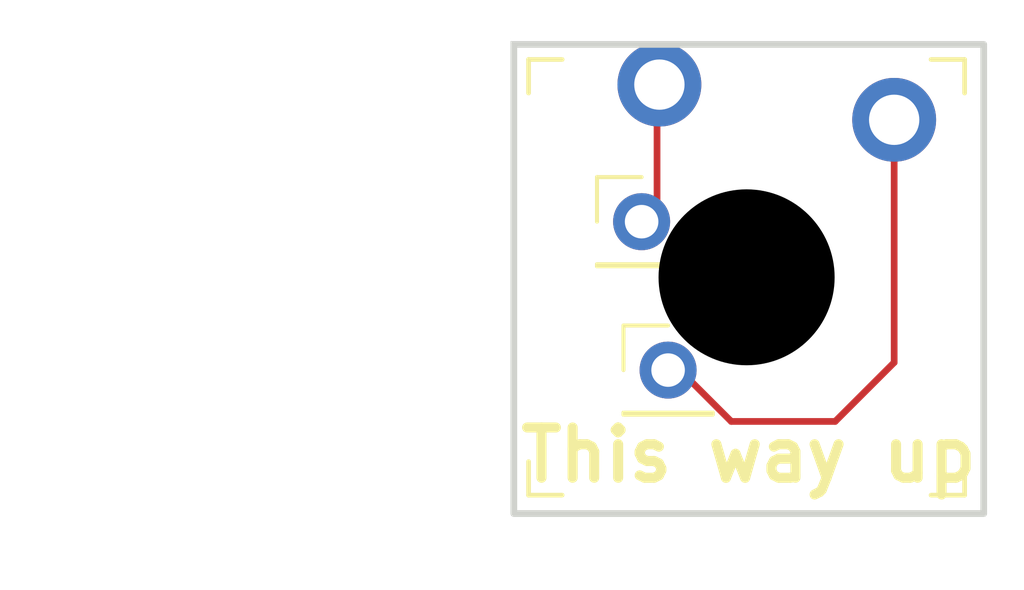
<source format=kicad_pcb>
(kicad_pcb (version 20240108) (generator "pcbnew") (generator_version "8.0")
  (layers (0 "F.Cu" signal) (31 "B.Cu" signal) (34 "B.Paste" user) (35 "F.Paste" user) (36 "B.SilkS" user "B.Silkscreen") (37 "F.SilkS" user "F.Silkscreen") (38 "B.Mask" user) (39 "F.Mask" user) (44 "Edge.Cuts" user))
  (net 0 "")
  (footprint "Connector_PinHeader_2.54mm:PinHeader_1x01_P2.54mm_Vertical" (layer "F.Cu") (at 118.2596 89.0186)
    (property "Reference" "REF**" (hide yes))
    (property "Value" "ALPS_pin2" (hide yes))
    (fp_line (start -1.33 -1.33) (end 0 -1.33) (stroke (width 0.12)) (layer "F.SilkS"))
    (fp_line (start -1.33 0) (end -1.33 -1.33) (stroke (width 0.12)) (layer "F.SilkS"))
    (fp_line (start -1.33 1.27) (end -1.33 1.33) (stroke (width 0.12)) (layer "F.SilkS"))
    (fp_line (start -1.33 1.27) (end 1.33 1.27) (stroke (width 0.12)) (layer "F.SilkS"))
    (fp_line (start -1.33 1.33) (end 1.33 1.33) (stroke (width 0.12)) (layer "F.SilkS"))
    (fp_line (start 1.33 1.27) (end 1.33 1.33) (stroke (width 0.12)) (layer "F.SilkS"))
    (pad "2" thru_hole circle (at 0 0) (size 1.7 1.7) (drill 1) (layers "*.Cu" "*.Mask"))
  )
  (footprint "key-switches.pretty-0.11.0:SW_Gateron_LowProfile_THT" (layer "F.Cu") (at 120.6 86.25 180)
    (property "Reference" "REF**" (hide yes))
    (property "Value" "SW_Gateron_LowProfile_THT" (hide yes))
    (fp_line (start 6.5 5.5) (end 6.5 6.5) (stroke (width 0.14)) (layer "F.SilkS"))
    (fp_line (start 6.5 -6.5) (end 6.5 -5.5) (stroke (width 0.14)) (layer "F.SilkS"))
    (fp_line (start 6.5 -6.5) (end 5.5 -6.5) (stroke (width 0.14)) (layer "F.SilkS"))
    (fp_line (start 5.5 6.5) (end 6.5 6.5) (stroke (width 0.14)) (layer "F.SilkS"))
    (fp_line (start -5.5 -6.5) (end -6.5 -6.5) (stroke (width 0.14)) (layer "F.SilkS"))
    (fp_line (start -6.5 6.5) (end -5.5 6.5) (stroke (width 0.14)) (layer "F.SilkS"))
    (fp_line (start -6.5 6.5) (end -6.5 5.5) (stroke (width 0.14)) (layer "F.SilkS"))
    (fp_line (start -6.5 -5.5) (end -6.5 -6.5) (stroke (width 0.14)) (layer "F.SilkS"))
    (pad "" np_thru_hole circle (at 0 0) (size 5.25 5.25) (drill 5.25) (layers "*.Mask"))
    (pad "1" thru_hole circle (at -4.4 4.7) (size 2.5 2.5) (drill 1.5) (layers "*.Cu" "B.Mask"))
    (pad "2" thru_hole circle (at 2.6 5.75) (size 2.5 2.5) (drill 1.5) (layers "*.Cu" "B.Mask"))
  )
  (footprint "Connector_PinHeader_2.54mm:PinHeader_1x01_P2.54mm_Vertical" (layer "F.Cu") (at 117.47 84.59)
    (property "Reference" "REF**" (hide yes))
    (property "Value" "ALPS_pin1" (hide yes))
    (fp_line (start -1.33 -1.33) (end 0 -1.33) (stroke (width 0.12)) (layer "F.SilkS"))
    (fp_line (start -1.33 0) (end -1.33 -1.33) (stroke (width 0.12)) (layer "F.SilkS"))
    (fp_line (start -1.33 1.27) (end -1.33 1.33) (stroke (width 0.12)) (layer "F.SilkS"))
    (fp_line (start -1.33 1.27) (end 1.33 1.27) (stroke (width 0.12)) (layer "F.SilkS"))
    (fp_line (start -1.33 1.33) (end 1.33 1.33) (stroke (width 0.12)) (layer "F.SilkS"))
    (fp_line (start 1.33 1.27) (end 1.33 1.33) (stroke (width 0.12)) (layer "F.SilkS"))
    (pad "1" thru_hole circle (at 0 0) (size 1.7 1.7) (drill 1) (layers "*.Cu" "*.Mask"))
  )
  (gr_rect (start 113.66 79.3) (end 127.67 93.3) (stroke (width 0.2)) (fill none) (layer "Edge.Cuts"))
  (gr_text "This way up" (at 113.7158 92.4306 0) (layer "F.SilkS") (effects (font (size 1.5 1.5) (thickness 0.3) (bold yes)) (justify left bottom)))
  (segment (start 123.2408 90.551) (end 125 88.7918) (width 0.2) (layer "F.Cu") (net 0))
  (segment (start 120.142 90.551) (end 123.2408 90.551) (width 0.2) (layer "F.Cu") (net 0))
  (segment (start 118.7196 89.1286) (end 120.142 90.551) (width 0.2) (layer "F.Cu") (net 0))
  (segment (start 117.93 84.7) (end 117.93 80.57) (width 0.2) (layer "F.Cu") (net 0))
  (segment (start 125 88.7918) (end 125 81.55) (width 0.2) (layer "F.Cu") (net 0))
  (segment (start 117.93 80.57) (end 118 80.5) (width 0.2) (layer "F.Cu") (net 0))
)
</source>
